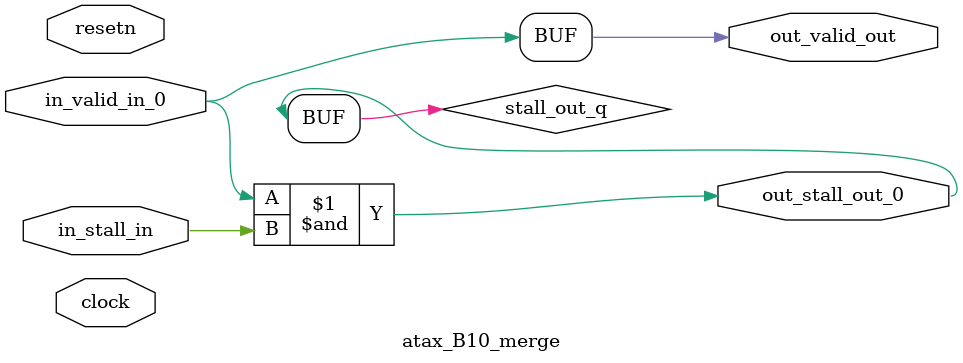
<source format=sv>



(* altera_attribute = "-name AUTO_SHIFT_REGISTER_RECOGNITION OFF; -name MESSAGE_DISABLE 10036; -name MESSAGE_DISABLE 10037; -name MESSAGE_DISABLE 14130; -name MESSAGE_DISABLE 14320; -name MESSAGE_DISABLE 15400; -name MESSAGE_DISABLE 14130; -name MESSAGE_DISABLE 10036; -name MESSAGE_DISABLE 12020; -name MESSAGE_DISABLE 12030; -name MESSAGE_DISABLE 12010; -name MESSAGE_DISABLE 12110; -name MESSAGE_DISABLE 14320; -name MESSAGE_DISABLE 13410; -name MESSAGE_DISABLE 113007; -name MESSAGE_DISABLE 10958" *)
module atax_B10_merge (
    input wire [0:0] in_stall_in,
    input wire [0:0] in_valid_in_0,
    output wire [0:0] out_stall_out_0,
    output wire [0:0] out_valid_out,
    input wire clock,
    input wire resetn
    );

    wire [0:0] stall_out_q;


    // stall_out(LOGICAL,6)
    assign stall_out_q = in_valid_in_0 & in_stall_in;

    // out_stall_out_0(GPOUT,4)
    assign out_stall_out_0 = stall_out_q;

    // out_valid_out(GPOUT,5)
    assign out_valid_out = in_valid_in_0;

endmodule

</source>
